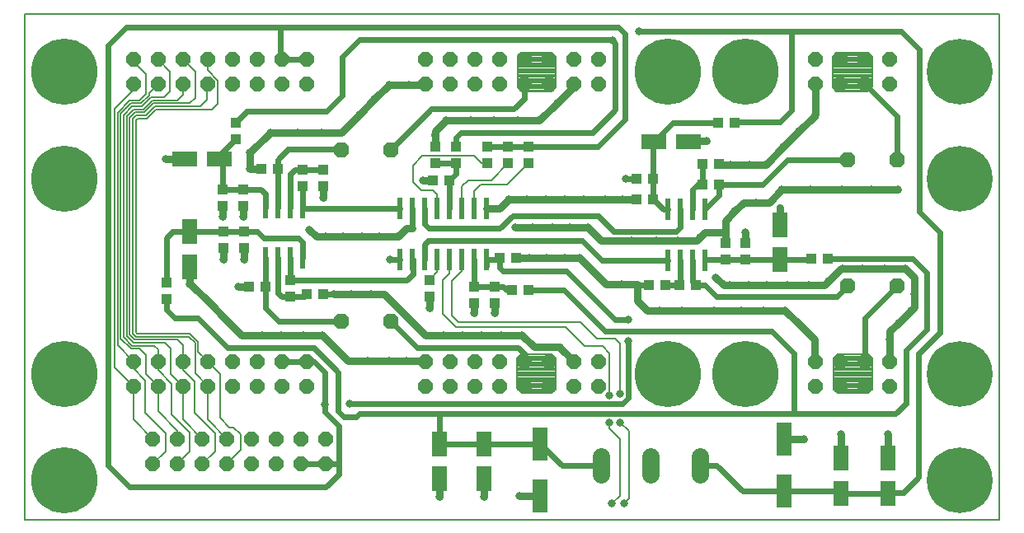
<source format=gtl>
G75*
%MOIN*%
%OFA0B0*%
%FSLAX25Y25*%
%IPPOS*%
%LPD*%
%AMOC8*
5,1,8,0,0,1.08239X$1,22.5*
%
%ADD10C,0.00591*%
%ADD11R,0.02362X0.08661*%
%ADD12OC8,0.06300*%
%ADD13R,0.03937X0.04331*%
%ADD14R,0.04331X0.03937*%
%ADD15OC8,0.06000*%
%ADD16C,0.07050*%
%ADD17R,0.06299X0.13780*%
%ADD18R,0.06299X0.10236*%
%ADD19R,0.10236X0.06299*%
%ADD20C,0.02362*%
%ADD21C,0.01575*%
%ADD22C,0.03150*%
%ADD23C,0.00630*%
%ADD24C,0.00787*%
%ADD25C,0.03150*%
%ADD26C,0.26772*%
%ADD27C,0.26575*%
%ADD28C,0.03543*%
%ADD29C,0.02775*%
D10*
X0001800Y0002213D02*
X0001800Y0206937D01*
X0395501Y0206937D01*
X0395501Y0002213D01*
X0001800Y0002213D01*
D11*
X0098954Y0107953D03*
X0103954Y0107953D03*
X0108954Y0107953D03*
X0113954Y0107953D03*
X0113954Y0128425D03*
X0108954Y0128425D03*
X0103954Y0128425D03*
X0098954Y0128425D03*
X0153284Y0127976D03*
X0158284Y0127976D03*
X0163284Y0127976D03*
X0168284Y0127976D03*
X0173284Y0127976D03*
X0178284Y0127976D03*
X0183284Y0127976D03*
X0188284Y0127976D03*
X0188284Y0107504D03*
X0183284Y0107504D03*
X0178284Y0107504D03*
X0173284Y0107504D03*
X0168284Y0107504D03*
X0163284Y0107504D03*
X0158284Y0107504D03*
X0153284Y0107504D03*
X0261591Y0107165D03*
X0266591Y0107165D03*
X0271591Y0107165D03*
X0276591Y0107165D03*
X0276591Y0127638D03*
X0271591Y0127638D03*
X0266591Y0127638D03*
X0261591Y0127638D03*
D12*
X0334320Y0147882D03*
X0354320Y0147882D03*
X0354320Y0096701D03*
X0334320Y0096701D03*
X0149595Y0082528D03*
X0129595Y0082528D03*
X0129595Y0151819D03*
X0149595Y0151819D03*
D13*
X0103965Y0144142D03*
X0097272Y0144142D03*
X0089989Y0135874D03*
X0081721Y0135874D03*
X0081721Y0129181D03*
X0089989Y0129181D03*
X0090186Y0118945D03*
X0081918Y0118945D03*
X0081918Y0112252D03*
X0090186Y0112252D03*
X0092280Y0096567D03*
X0098973Y0096567D03*
X0115776Y0093417D03*
X0122469Y0093417D03*
X0183422Y0096575D03*
X0183422Y0089882D03*
X0198650Y0095126D03*
X0205343Y0095126D03*
X0253965Y0097094D03*
X0260658Y0097094D03*
X0266367Y0097094D03*
X0273060Y0097094D03*
X0284871Y0107331D03*
X0293139Y0107331D03*
X0293139Y0114024D03*
X0284871Y0114024D03*
X0319517Y0107724D03*
X0326209Y0107724D03*
X0282375Y0137780D03*
X0275682Y0137780D03*
X0275690Y0145976D03*
X0282383Y0145976D03*
X0282115Y0162843D03*
X0288808Y0162843D03*
D14*
X0255737Y0140008D03*
X0249044Y0140008D03*
X0249044Y0131740D03*
X0255737Y0131740D03*
X0205146Y0146307D03*
X0196879Y0146307D03*
X0188808Y0146307D03*
X0188808Y0153000D03*
X0196879Y0153000D03*
X0205146Y0153000D03*
X0175816Y0153000D03*
X0167548Y0153000D03*
X0167548Y0146307D03*
X0175816Y0146307D03*
X0173257Y0139417D03*
X0166564Y0139417D03*
X0122272Y0137252D03*
X0114107Y0137173D03*
X0114107Y0143866D03*
X0122272Y0143945D03*
X0086839Y0156150D03*
X0086839Y0162843D03*
X0193729Y0108118D03*
X0200422Y0108118D03*
X0191761Y0096504D03*
X0191761Y0089811D03*
X0165186Y0092567D03*
X0165186Y0099260D03*
X0108950Y0099000D03*
X0108950Y0092307D03*
X0059083Y0091386D03*
X0059083Y0098079D03*
D15*
X0055540Y0066268D03*
X0045540Y0066268D03*
X0045540Y0056268D03*
X0055540Y0056268D03*
X0065540Y0056268D03*
X0075540Y0056268D03*
X0085540Y0056268D03*
X0095540Y0056268D03*
X0105540Y0056268D03*
X0115540Y0056268D03*
X0115540Y0066268D03*
X0105540Y0066268D03*
X0095540Y0066268D03*
X0085540Y0066268D03*
X0075540Y0066268D03*
X0065540Y0066268D03*
X0063414Y0034772D03*
X0053414Y0034772D03*
X0053414Y0024772D03*
X0063414Y0024772D03*
X0073414Y0024772D03*
X0083414Y0024772D03*
X0093414Y0024772D03*
X0103414Y0024772D03*
X0113414Y0024772D03*
X0123414Y0024772D03*
X0123414Y0034772D03*
X0113414Y0034772D03*
X0103414Y0034772D03*
X0093414Y0034772D03*
X0083414Y0034772D03*
X0073414Y0034772D03*
X0163650Y0056268D03*
X0173650Y0056268D03*
X0183650Y0056268D03*
X0193650Y0056268D03*
X0203650Y0056268D03*
X0213650Y0056268D03*
X0223650Y0056268D03*
X0233650Y0056268D03*
X0233650Y0066268D03*
X0223650Y0066268D03*
X0213650Y0066268D03*
X0203650Y0066268D03*
X0193650Y0066268D03*
X0183650Y0066268D03*
X0173650Y0066268D03*
X0163650Y0066268D03*
X0321446Y0066268D03*
X0331446Y0066268D03*
X0341446Y0066268D03*
X0351446Y0066268D03*
X0351446Y0056268D03*
X0341446Y0056268D03*
X0331446Y0056268D03*
X0321446Y0056268D03*
X0321446Y0178315D03*
X0331446Y0178315D03*
X0341446Y0178315D03*
X0351446Y0178315D03*
X0351446Y0188315D03*
X0341446Y0188315D03*
X0331446Y0188315D03*
X0321446Y0188315D03*
X0233650Y0188315D03*
X0223650Y0188315D03*
X0213650Y0188315D03*
X0203650Y0188315D03*
X0193650Y0188315D03*
X0183650Y0188315D03*
X0173650Y0188315D03*
X0163650Y0188315D03*
X0163650Y0178315D03*
X0173650Y0178315D03*
X0183650Y0178315D03*
X0193650Y0178315D03*
X0203650Y0178315D03*
X0213650Y0178315D03*
X0223650Y0178315D03*
X0233650Y0178315D03*
X0115540Y0178315D03*
X0105540Y0178315D03*
X0095540Y0178315D03*
X0085540Y0178315D03*
X0075540Y0178315D03*
X0065540Y0178315D03*
X0055540Y0178315D03*
X0045540Y0178315D03*
X0045540Y0188315D03*
X0055540Y0188315D03*
X0065540Y0188315D03*
X0075540Y0188315D03*
X0085540Y0188315D03*
X0095540Y0188315D03*
X0105540Y0188315D03*
X0115540Y0188315D03*
D16*
X0234556Y0027647D02*
X0234556Y0020597D01*
X0254556Y0020597D02*
X0254556Y0027647D01*
X0274556Y0027647D02*
X0274556Y0020597D01*
D17*
X0308493Y0013630D03*
X0308493Y0034890D03*
X0210068Y0032921D03*
X0210068Y0011661D03*
D18*
X0187430Y0018748D03*
X0169320Y0018748D03*
X0169320Y0032921D03*
X0187430Y0032921D03*
X0068335Y0104575D03*
X0068335Y0118748D03*
X0307115Y0121504D03*
X0307115Y0107331D03*
X0331721Y0027016D03*
X0350619Y0027016D03*
X0350619Y0012843D03*
X0331721Y0012843D03*
D19*
X0080343Y0148079D03*
X0066170Y0148079D03*
X0255934Y0155165D03*
X0270107Y0155165D03*
D20*
X0270501Y0155559D01*
X0263611Y0162843D02*
X0255934Y0155165D01*
X0255737Y0154969D01*
X0255737Y0140008D01*
X0255737Y0131740D01*
X0259839Y0127638D01*
X0261591Y0127638D01*
X0266591Y0127638D02*
X0266591Y0120547D01*
X0264989Y0118945D01*
X0239792Y0118945D01*
X0233493Y0125244D01*
X0198847Y0125244D01*
X0193729Y0120126D01*
X0164989Y0120126D01*
X0163284Y0121831D01*
X0163284Y0127976D01*
X0158284Y0127976D02*
X0158284Y0120138D01*
X0158296Y0120126D01*
X0164792Y0115008D02*
X0226997Y0115008D01*
X0234839Y0107165D01*
X0261591Y0107165D01*
X0266591Y0107165D02*
X0266591Y0097319D01*
X0266367Y0097094D01*
X0260658Y0097094D01*
X0253965Y0097094D02*
X0249438Y0097094D01*
X0249241Y0097291D01*
X0271591Y0098563D02*
X0273060Y0097094D01*
X0276603Y0097094D01*
X0281328Y0092370D01*
X0329989Y0092370D01*
X0334320Y0096701D01*
X0333926Y0097094D01*
X0326209Y0107724D02*
X0360658Y0107724D01*
X0366170Y0102213D01*
X0366170Y0079181D01*
X0357902Y0070913D01*
X0357902Y0049260D01*
X0353769Y0045126D01*
X0312627Y0045126D01*
X0312627Y0069339D01*
X0303572Y0078394D01*
X0236446Y0078394D01*
X0219713Y0095126D01*
X0205343Y0095126D01*
X0198650Y0095126D02*
X0196485Y0095126D01*
X0195107Y0096504D01*
X0191761Y0096504D01*
X0183493Y0096504D01*
X0183284Y0096713D01*
X0183422Y0096575D01*
X0183284Y0096713D02*
X0183284Y0107504D01*
X0188284Y0107504D02*
X0188284Y0104902D01*
X0188284Y0107504D02*
X0193115Y0107504D01*
X0193729Y0108118D01*
X0193729Y0104181D01*
X0195107Y0102803D01*
X0220698Y0102803D01*
X0240383Y0083118D01*
X0245698Y0083118D01*
X0245698Y0074457D02*
X0245698Y0051425D01*
X0243335Y0049063D01*
X0132902Y0049063D01*
X0128375Y0046110D02*
X0128375Y0061858D01*
X0118532Y0071701D01*
X0083493Y0071701D01*
X0071485Y0083709D01*
X0062430Y0083709D01*
X0059083Y0087055D01*
X0059083Y0091386D01*
X0059083Y0098079D02*
X0058887Y0098276D01*
X0058887Y0116189D01*
X0061446Y0118748D01*
X0068335Y0118748D01*
X0068532Y0118945D01*
X0081918Y0118945D01*
X0090186Y0118945D01*
X0095501Y0118945D01*
X0098257Y0116189D01*
X0112233Y0116189D01*
X0114005Y0114417D01*
X0114005Y0108004D01*
X0113954Y0107953D01*
X0108954Y0107953D02*
X0108954Y0099004D01*
X0109013Y0099063D01*
X0156131Y0099063D01*
X0158493Y0101425D01*
X0158493Y0107295D01*
X0158284Y0107504D01*
X0153284Y0107504D02*
X0153111Y0107331D01*
X0149241Y0107331D01*
X0163284Y0107504D02*
X0163284Y0113500D01*
X0164792Y0115008D01*
X0173284Y0127976D02*
X0173284Y0139390D01*
X0173257Y0139417D01*
X0175816Y0141976D01*
X0175816Y0146307D01*
X0167548Y0146307D01*
X0175816Y0153000D02*
X0175816Y0156740D01*
X0177981Y0158906D01*
X0231328Y0158906D01*
X0240383Y0167961D01*
X0240383Y0194929D01*
X0239202Y0196110D01*
X0238808Y0196504D01*
X0137036Y0196504D01*
X0129950Y0189417D01*
X0129950Y0173669D01*
X0123650Y0167370D01*
X0091367Y0167370D01*
X0086839Y0162843D01*
X0086839Y0156150D02*
X0080343Y0149654D01*
X0080343Y0148079D01*
X0081721Y0146701D01*
X0081721Y0135874D01*
X0089989Y0135874D01*
X0097076Y0135874D01*
X0098954Y0133996D01*
X0098954Y0128425D01*
X0103954Y0128425D02*
X0103954Y0144130D01*
X0103965Y0144142D01*
X0103965Y0147882D01*
X0108099Y0152016D01*
X0129398Y0152016D01*
X0129595Y0151819D01*
X0122272Y0143945D02*
X0114186Y0143945D01*
X0114107Y0143866D01*
X0114028Y0143945D01*
X0110855Y0143945D01*
X0108954Y0142043D01*
X0108954Y0128425D01*
X0113954Y0128425D02*
X0114402Y0127976D01*
X0153284Y0127976D01*
X0113954Y0128425D02*
X0113954Y0137020D01*
X0114107Y0137173D01*
X0149595Y0151819D02*
X0166131Y0168354D01*
X0199438Y0168354D01*
X0203650Y0172567D01*
X0203650Y0178315D01*
X0233296Y0153000D02*
X0244320Y0164024D01*
X0244320Y0198866D01*
X0241761Y0201425D01*
X0104950Y0201425D01*
X0042745Y0201425D01*
X0035452Y0194132D01*
X0035452Y0024072D01*
X0044123Y0015402D01*
X0123454Y0015402D01*
X0128572Y0020520D01*
X0128572Y0024654D01*
X0123532Y0024654D01*
X0123414Y0024772D01*
X0113414Y0024772D01*
X0128572Y0024654D02*
X0128572Y0040205D01*
X0123060Y0045717D01*
X0123060Y0048866D01*
X0123060Y0061858D01*
X0118650Y0066268D01*
X0115540Y0066268D01*
X0105540Y0066268D01*
X0104162Y0082528D02*
X0099044Y0087646D01*
X0099044Y0096496D01*
X0098973Y0096567D01*
X0098954Y0096587D01*
X0098954Y0107953D01*
X0103954Y0107953D02*
X0103965Y0107941D01*
X0103965Y0093945D01*
X0105603Y0092307D01*
X0108950Y0092307D01*
X0114666Y0092307D01*
X0115776Y0093417D01*
X0122469Y0093417D02*
X0126800Y0093354D01*
X0109406Y0099457D02*
X0109013Y0099063D01*
X0108954Y0099004D02*
X0108950Y0099000D01*
X0087887Y0096567D02*
X0087824Y0096504D01*
X0082115Y0112055D02*
X0081918Y0112252D01*
X0104162Y0082528D02*
X0129595Y0082528D01*
X0149595Y0082528D02*
X0160225Y0071898D01*
X0201013Y0071898D01*
X0203572Y0069339D01*
X0203572Y0066346D01*
X0203650Y0066268D01*
X0183422Y0085803D02*
X0183296Y0085677D01*
X0130540Y0043945D02*
X0128375Y0046110D01*
X0130540Y0043945D02*
X0135658Y0043945D01*
X0136839Y0045126D01*
X0168729Y0045126D01*
X0312627Y0045126D01*
X0341446Y0066268D02*
X0341446Y0083827D01*
X0354320Y0096701D01*
X0319517Y0107724D02*
X0319123Y0107331D01*
X0307115Y0107331D01*
X0293139Y0107331D01*
X0284871Y0107331D01*
X0276757Y0107331D01*
X0276591Y0107165D01*
X0271591Y0107165D02*
X0271591Y0098563D01*
X0284871Y0118354D02*
X0284871Y0118551D01*
X0276591Y0127638D02*
X0282375Y0133421D01*
X0282375Y0137780D01*
X0299894Y0137780D01*
X0309997Y0147882D01*
X0334320Y0147882D01*
X0354320Y0147882D02*
X0354320Y0165441D01*
X0341446Y0178315D01*
X0355934Y0199654D02*
X0363217Y0192370D01*
X0363217Y0126622D01*
X0371485Y0118354D01*
X0371485Y0077803D01*
X0363020Y0069339D01*
X0363020Y0019339D01*
X0356918Y0013236D01*
X0351013Y0013236D01*
X0350619Y0012843D01*
X0331721Y0012843D01*
X0330934Y0013630D01*
X0308493Y0013630D01*
X0291957Y0013630D01*
X0281465Y0024122D01*
X0274556Y0024122D01*
X0234556Y0024122D02*
X0218867Y0024122D01*
X0210068Y0032921D01*
X0187430Y0032921D01*
X0169320Y0032921D01*
X0169320Y0044535D01*
X0168729Y0045126D01*
X0209871Y0011858D02*
X0210068Y0011661D01*
X0271591Y0127638D02*
X0271591Y0135783D01*
X0273587Y0137780D01*
X0275682Y0137780D01*
X0275690Y0137787D01*
X0275690Y0145976D01*
X0282383Y0145976D02*
X0282446Y0145913D01*
X0249044Y0140008D02*
X0244517Y0140008D01*
X0233296Y0153000D02*
X0205146Y0153000D01*
X0196879Y0153000D01*
X0188808Y0153000D01*
X0263611Y0162843D02*
X0282115Y0162843D01*
X0288808Y0162843D02*
X0289398Y0163039D01*
X0306918Y0163039D01*
X0311643Y0167764D01*
X0311643Y0199654D01*
X0355934Y0199654D01*
X0311643Y0199654D02*
X0249831Y0199654D01*
X0115540Y0188315D02*
X0105540Y0188315D01*
X0104950Y0188906D01*
X0104950Y0201425D01*
D21*
X0115580Y0188354D02*
X0115540Y0188315D01*
D22*
X0143139Y0172291D03*
X0149044Y0178197D03*
X0157115Y0178197D03*
X0136839Y0165992D03*
X0129753Y0158906D03*
X0121485Y0158906D03*
X0111839Y0158906D03*
X0101013Y0158906D03*
X0092548Y0150638D03*
X0092548Y0144142D03*
X0122272Y0132528D03*
X0116761Y0119535D03*
X0123257Y0116780D03*
X0130146Y0116780D03*
X0138020Y0116780D03*
X0144910Y0116780D03*
X0152391Y0116780D03*
X0158296Y0120126D03*
X0149241Y0107331D03*
X0141761Y0093354D03*
X0149044Y0091386D03*
X0154162Y0086268D03*
X0159280Y0081150D03*
X0163611Y0076819D03*
X0171091Y0076819D03*
X0178769Y0076819D03*
X0186249Y0076819D03*
X0194320Y0076819D03*
X0202587Y0076819D03*
X0208099Y0072094D03*
X0218139Y0071898D03*
X0245698Y0074457D03*
X0245698Y0083118D03*
X0251209Y0088827D03*
X0258296Y0086858D03*
X0267154Y0086858D03*
X0280343Y0086858D03*
X0291367Y0086858D03*
X0300422Y0086858D03*
X0309083Y0086858D03*
X0315186Y0080756D03*
X0320894Y0075047D03*
X0351406Y0075047D03*
X0354950Y0081937D03*
X0359871Y0086858D03*
X0361249Y0093354D03*
X0361249Y0099850D03*
X0357509Y0103787D03*
X0349438Y0103787D03*
X0340383Y0103787D03*
X0332312Y0103787D03*
X0326603Y0098866D03*
X0318532Y0097094D03*
X0310068Y0097094D03*
X0301603Y0097094D03*
X0294320Y0097094D03*
X0286643Y0097094D03*
X0281131Y0100244D03*
X0274635Y0116386D03*
X0265580Y0115008D03*
X0257115Y0115008D03*
X0246879Y0115008D03*
X0234674Y0115008D03*
X0229162Y0120323D03*
X0222076Y0120323D03*
X0214989Y0120323D03*
X0206918Y0120323D03*
X0200028Y0120323D03*
X0193532Y0128000D03*
X0197469Y0131740D03*
X0204753Y0131740D03*
X0212430Y0131740D03*
X0219910Y0131740D03*
X0227784Y0131740D03*
X0236249Y0131740D03*
X0243335Y0131740D03*
X0244517Y0140008D03*
X0277391Y0155559D03*
X0287036Y0145913D03*
X0294713Y0145913D03*
X0301013Y0145913D03*
X0308296Y0153000D03*
X0314792Y0159496D03*
X0320894Y0165598D03*
X0319320Y0135677D03*
X0307706Y0135677D03*
X0297272Y0130559D03*
X0288808Y0127016D03*
X0284871Y0118551D03*
X0293139Y0118551D03*
X0331918Y0135677D03*
X0344123Y0135677D03*
X0354753Y0135677D03*
X0243139Y0097291D03*
X0236643Y0097488D03*
X0231918Y0102213D03*
X0226013Y0108118D03*
X0219910Y0108118D03*
X0212627Y0108118D03*
X0205540Y0108118D03*
X0191761Y0085677D03*
X0183296Y0085677D03*
X0165186Y0087646D03*
X0133493Y0093354D03*
X0126800Y0093354D03*
X0121879Y0076819D03*
X0114398Y0076819D03*
X0105146Y0076819D03*
X0097666Y0076819D03*
X0089398Y0076819D03*
X0083099Y0083118D03*
X0076209Y0090008D03*
X0068335Y0097291D03*
X0082115Y0107528D03*
X0090186Y0107528D03*
X0087824Y0096504D03*
X0127391Y0071307D03*
X0132312Y0066386D03*
X0140383Y0066386D03*
X0148847Y0066386D03*
X0155934Y0066386D03*
X0132902Y0049063D03*
X0123060Y0048866D03*
X0169320Y0011465D03*
X0187430Y0011465D03*
X0201800Y0011858D03*
X0239005Y0008709D03*
X0243926Y0008709D03*
X0242351Y0041583D03*
X0238002Y0041573D03*
X0237992Y0052419D03*
X0242342Y0053000D03*
X0316761Y0034890D03*
X0331721Y0036858D03*
X0350619Y0036858D03*
X0162627Y0139417D03*
X0171879Y0163630D03*
X0182115Y0163630D03*
X0191367Y0163630D03*
X0200816Y0163630D03*
X0209477Y0163630D03*
X0216957Y0170913D03*
X0239202Y0196110D03*
X0249831Y0199654D03*
X0089989Y0124654D03*
X0081721Y0124654D03*
X0058493Y0148079D03*
D23*
X0051117Y0164518D02*
X0047272Y0164518D01*
X0046551Y0163797D01*
X0046551Y0078002D01*
X0047096Y0077457D01*
X0068453Y0077457D01*
X0071731Y0074179D01*
X0071731Y0070235D01*
X0075619Y0066346D01*
X0075540Y0066268D01*
X0080540Y0061268D01*
X0080540Y0043551D01*
X0084477Y0039614D01*
X0086052Y0039614D01*
X0089005Y0036661D01*
X0089005Y0030362D01*
X0083414Y0024772D01*
X0078572Y0029929D02*
X0073414Y0024772D01*
X0068335Y0029693D02*
X0063414Y0024772D01*
X0058493Y0029850D02*
X0053414Y0024772D01*
X0058493Y0029850D02*
X0058493Y0037252D01*
X0050422Y0045323D01*
X0050422Y0058512D01*
X0045540Y0063394D01*
X0045540Y0066268D01*
X0039172Y0072636D01*
X0039172Y0166946D01*
X0044123Y0171898D01*
X0048060Y0171898D01*
X0050619Y0174457D01*
X0050619Y0182528D01*
X0045540Y0187606D01*
X0045540Y0188315D01*
X0055540Y0188315D02*
X0060461Y0183394D01*
X0060461Y0175441D01*
X0058099Y0173079D01*
X0052720Y0173079D01*
X0049079Y0169438D01*
X0045142Y0169438D01*
X0041631Y0165928D01*
X0041631Y0075964D01*
X0045058Y0072537D01*
X0054113Y0072537D01*
X0055540Y0071110D01*
X0055540Y0065205D01*
X0055540Y0066268D02*
X0055540Y0062646D01*
X0061052Y0057134D01*
X0061052Y0044732D01*
X0068335Y0037449D01*
X0068335Y0029693D01*
X0063414Y0034772D02*
X0063414Y0038236D01*
X0055540Y0046110D01*
X0055540Y0056268D01*
X0055540Y0056150D02*
X0050619Y0061071D01*
X0050619Y0068748D01*
X0048060Y0071307D01*
X0044549Y0071307D01*
X0040402Y0075454D01*
X0040402Y0166437D01*
X0044632Y0170668D01*
X0048569Y0170668D01*
X0051849Y0173947D01*
X0051849Y0174624D01*
X0055540Y0178315D01*
X0045540Y0178315D02*
X0045540Y0176071D01*
X0037942Y0168472D01*
X0037942Y0063866D01*
X0045540Y0056268D01*
X0045540Y0042646D01*
X0053414Y0034772D01*
X0065540Y0042646D02*
X0073414Y0034772D01*
X0078572Y0037252D02*
X0078572Y0029929D01*
X0083414Y0034772D02*
X0075540Y0042646D01*
X0075540Y0056268D01*
X0070501Y0061307D01*
X0070501Y0073669D01*
X0067943Y0076227D01*
X0046587Y0076227D01*
X0045321Y0077492D01*
X0045321Y0164399D01*
X0046670Y0165748D01*
X0050607Y0165748D01*
X0054248Y0169389D01*
X0072717Y0169389D01*
X0075422Y0172094D01*
X0075422Y0178197D01*
X0075540Y0178315D01*
X0079753Y0179922D02*
X0079753Y0170520D01*
X0077392Y0168159D01*
X0054758Y0168159D01*
X0051117Y0164518D01*
X0050098Y0166978D02*
X0046161Y0166978D01*
X0044091Y0164909D01*
X0044091Y0076983D01*
X0046077Y0074997D01*
X0063465Y0074997D01*
X0065580Y0072882D01*
X0065580Y0066307D01*
X0065540Y0066268D01*
X0065540Y0062882D01*
X0070304Y0058118D01*
X0070304Y0045520D01*
X0078572Y0037252D01*
X0065540Y0042646D02*
X0065540Y0056268D01*
X0060658Y0061150D01*
X0060658Y0071307D01*
X0058198Y0073767D01*
X0045568Y0073767D01*
X0042861Y0076473D01*
X0042861Y0165418D01*
X0045651Y0168208D01*
X0049588Y0168208D01*
X0053229Y0171849D01*
X0058609Y0171849D01*
X0058658Y0171898D01*
X0063414Y0171898D01*
X0065540Y0174024D01*
X0065540Y0178315D01*
X0070501Y0183354D02*
X0070501Y0172883D01*
X0068236Y0170619D01*
X0053739Y0170619D01*
X0050098Y0166978D01*
X0070501Y0183354D02*
X0065540Y0188315D01*
X0075540Y0188315D02*
X0075540Y0184134D01*
X0079753Y0179922D01*
X0158493Y0145520D02*
X0158493Y0138630D01*
X0161839Y0135283D01*
X0166761Y0135283D01*
X0168335Y0133709D01*
X0168284Y0133657D01*
X0168284Y0127976D01*
X0178284Y0127976D02*
X0178284Y0136965D01*
X0180934Y0139614D01*
X0190186Y0139614D01*
X0196879Y0146307D01*
X0188808Y0146307D02*
X0186251Y0146307D01*
X0183167Y0149391D01*
X0162364Y0149391D01*
X0158493Y0145520D01*
X0183284Y0135075D02*
X0183284Y0127976D01*
X0183284Y0135075D02*
X0185855Y0137646D01*
X0196485Y0137646D01*
X0205146Y0146307D01*
X0207706Y0082134D02*
X0226406Y0082134D01*
X0233099Y0075441D01*
X0240186Y0075441D01*
X0242342Y0073285D01*
X0242342Y0053000D01*
X0237992Y0052419D02*
X0237992Y0069564D01*
X0235166Y0072390D01*
X0228080Y0072390D01*
X0220304Y0080165D01*
X0176013Y0080165D01*
X0238002Y0041573D02*
X0238002Y0039043D01*
X0242154Y0034890D01*
X0242154Y0011858D01*
X0239005Y0008709D01*
X0243926Y0008709D02*
X0245894Y0010677D01*
X0245894Y0038039D01*
X0242351Y0041583D01*
D24*
X0215481Y0054083D02*
X0201898Y0054083D01*
X0202587Y0053394D02*
X0200619Y0055362D01*
X0200619Y0067567D01*
X0202194Y0069142D01*
X0214792Y0069142D01*
X0216367Y0067567D01*
X0216367Y0054969D01*
X0214792Y0053394D01*
X0202587Y0053394D01*
X0201112Y0054869D02*
X0216267Y0054869D01*
X0216367Y0055655D02*
X0200619Y0055655D01*
X0200619Y0056441D02*
X0216367Y0056441D01*
X0216367Y0057227D02*
X0200619Y0057227D01*
X0200619Y0058012D02*
X0216367Y0058012D01*
X0216367Y0058798D02*
X0200619Y0058798D01*
X0200619Y0059584D02*
X0216367Y0059584D01*
X0216367Y0060370D02*
X0200619Y0060370D01*
X0200619Y0061156D02*
X0216367Y0061156D01*
X0216367Y0061942D02*
X0200619Y0061942D01*
X0200619Y0062728D02*
X0216367Y0062728D01*
X0216367Y0063514D02*
X0200619Y0063514D01*
X0200619Y0064300D02*
X0216367Y0064300D01*
X0216367Y0065086D02*
X0200619Y0065086D01*
X0200619Y0065872D02*
X0216367Y0065872D01*
X0216367Y0066657D02*
X0200619Y0066657D01*
X0200619Y0067443D02*
X0216367Y0067443D01*
X0215705Y0068229D02*
X0201281Y0068229D01*
X0202067Y0069015D02*
X0214919Y0069015D01*
X0207706Y0082134D02*
X0176997Y0082134D01*
X0174241Y0084890D01*
X0174241Y0098866D01*
X0178284Y0102909D01*
X0178284Y0107504D01*
X0178375Y0107413D01*
X0173284Y0107504D02*
X0173284Y0101846D01*
X0170698Y0099260D01*
X0170698Y0085480D01*
X0176013Y0080165D01*
X0165186Y0099260D02*
X0168284Y0102358D01*
X0168284Y0107504D01*
X0168335Y0107453D01*
X0055540Y0066268D02*
X0055540Y0065205D01*
X0045540Y0066268D02*
X0045265Y0065992D01*
X0055540Y0056268D02*
X0055540Y0056150D01*
X0201013Y0177016D02*
X0201013Y0190008D01*
X0202194Y0191189D01*
X0214792Y0191189D01*
X0216367Y0189614D01*
X0216367Y0177016D01*
X0214792Y0175441D01*
X0202587Y0175441D01*
X0201013Y0177016D01*
X0201013Y0177471D02*
X0216367Y0177471D01*
X0216367Y0178257D02*
X0201013Y0178257D01*
X0201013Y0179043D02*
X0216367Y0179043D01*
X0216367Y0179829D02*
X0201013Y0179829D01*
X0201013Y0180615D02*
X0216367Y0180615D01*
X0216367Y0181401D02*
X0201013Y0181401D01*
X0201013Y0182187D02*
X0216367Y0182187D01*
X0216367Y0182973D02*
X0201013Y0182973D01*
X0201013Y0183758D02*
X0216367Y0183758D01*
X0216367Y0184544D02*
X0201013Y0184544D01*
X0201013Y0185330D02*
X0216367Y0185330D01*
X0216367Y0186116D02*
X0201013Y0186116D01*
X0201013Y0186902D02*
X0216367Y0186902D01*
X0216367Y0187688D02*
X0201013Y0187688D01*
X0201013Y0188474D02*
X0216367Y0188474D01*
X0216367Y0189260D02*
X0201013Y0189260D01*
X0201051Y0190046D02*
X0215935Y0190046D01*
X0215149Y0190832D02*
X0201836Y0190832D01*
X0201343Y0176685D02*
X0216036Y0176685D01*
X0215251Y0175899D02*
X0202129Y0175899D01*
X0328178Y0177016D02*
X0328178Y0189614D01*
X0329753Y0191189D01*
X0342745Y0191189D01*
X0344320Y0189614D01*
X0344320Y0177409D01*
X0342351Y0175441D01*
X0329753Y0175441D01*
X0328178Y0177016D01*
X0328178Y0177471D02*
X0344320Y0177471D01*
X0344320Y0178257D02*
X0328178Y0178257D01*
X0328178Y0179043D02*
X0344320Y0179043D01*
X0344320Y0179829D02*
X0328178Y0179829D01*
X0328178Y0180615D02*
X0344320Y0180615D01*
X0344320Y0181401D02*
X0328178Y0181401D01*
X0328178Y0182187D02*
X0344320Y0182187D01*
X0344320Y0182973D02*
X0328178Y0182973D01*
X0328178Y0183758D02*
X0344320Y0183758D01*
X0344320Y0184544D02*
X0328178Y0184544D01*
X0328178Y0185330D02*
X0344320Y0185330D01*
X0344320Y0186116D02*
X0328178Y0186116D01*
X0328178Y0186902D02*
X0344320Y0186902D01*
X0344320Y0187688D02*
X0328178Y0187688D01*
X0328178Y0188474D02*
X0344320Y0188474D01*
X0344320Y0189260D02*
X0328178Y0189260D01*
X0328610Y0190046D02*
X0343888Y0190046D01*
X0343102Y0190832D02*
X0329395Y0190832D01*
X0328508Y0176685D02*
X0343595Y0176685D01*
X0342810Y0175899D02*
X0329294Y0175899D01*
X0330146Y0069142D02*
X0328572Y0067567D01*
X0328572Y0054969D01*
X0330146Y0053394D01*
X0342745Y0053394D01*
X0344320Y0054969D01*
X0344320Y0067567D01*
X0342745Y0069142D01*
X0330146Y0069142D01*
X0330020Y0069015D02*
X0342871Y0069015D01*
X0343657Y0068229D02*
X0329234Y0068229D01*
X0328572Y0067443D02*
X0344320Y0067443D01*
X0344320Y0066657D02*
X0328572Y0066657D01*
X0328572Y0065872D02*
X0344320Y0065872D01*
X0344320Y0065086D02*
X0328572Y0065086D01*
X0328572Y0064300D02*
X0344320Y0064300D01*
X0344320Y0063514D02*
X0328572Y0063514D01*
X0328572Y0062728D02*
X0344320Y0062728D01*
X0344320Y0061942D02*
X0328572Y0061942D01*
X0328572Y0061156D02*
X0344320Y0061156D01*
X0344320Y0060370D02*
X0328572Y0060370D01*
X0328572Y0059584D02*
X0344320Y0059584D01*
X0344320Y0058798D02*
X0328572Y0058798D01*
X0328572Y0058012D02*
X0344320Y0058012D01*
X0344320Y0057227D02*
X0328572Y0057227D01*
X0328572Y0056441D02*
X0344320Y0056441D01*
X0344320Y0055655D02*
X0328572Y0055655D01*
X0328671Y0054869D02*
X0344220Y0054869D01*
X0343434Y0054083D02*
X0329457Y0054083D01*
D25*
X0321446Y0066268D02*
X0320894Y0066819D01*
X0320894Y0075047D01*
X0315186Y0080756D01*
X0309083Y0086858D01*
X0300422Y0086858D01*
X0291367Y0086858D01*
X0280343Y0086858D01*
X0267154Y0086858D01*
X0258296Y0086858D01*
X0253178Y0086858D01*
X0251209Y0088827D01*
X0249241Y0090795D01*
X0249241Y0097291D01*
X0243139Y0097291D01*
X0236839Y0097291D01*
X0236643Y0097488D01*
X0231918Y0102213D01*
X0226013Y0108118D01*
X0219910Y0108118D01*
X0212627Y0108118D01*
X0205540Y0108118D01*
X0200422Y0108118D01*
X0200028Y0120323D02*
X0206918Y0120323D01*
X0214989Y0120323D01*
X0222076Y0120323D01*
X0229162Y0120323D01*
X0229359Y0120323D01*
X0234674Y0115008D01*
X0246879Y0115008D01*
X0257115Y0115008D01*
X0265580Y0115008D01*
X0273257Y0115008D01*
X0274635Y0116386D01*
X0276603Y0118354D01*
X0284871Y0118354D01*
X0284871Y0114024D01*
X0284871Y0118551D02*
X0284871Y0123079D01*
X0288808Y0127016D01*
X0292351Y0130559D01*
X0297272Y0130559D01*
X0302587Y0130559D01*
X0307706Y0135677D01*
X0319320Y0135677D01*
X0331918Y0135677D01*
X0344123Y0135677D01*
X0354753Y0135677D01*
X0314792Y0159496D02*
X0308296Y0153000D01*
X0301209Y0145913D01*
X0301013Y0145913D01*
X0294713Y0145913D01*
X0287036Y0145913D01*
X0282446Y0145913D01*
X0277391Y0155559D02*
X0270501Y0155559D01*
X0249044Y0131740D02*
X0243335Y0131740D01*
X0236249Y0131740D01*
X0227784Y0131740D01*
X0219910Y0131740D01*
X0212430Y0131740D01*
X0204753Y0131740D01*
X0197469Y0131740D01*
X0193729Y0128000D01*
X0193532Y0128000D01*
X0188308Y0128000D01*
X0188284Y0127976D01*
X0166564Y0139417D02*
X0162627Y0139417D01*
X0167548Y0153000D02*
X0167548Y0157921D01*
X0167548Y0159299D01*
X0171879Y0163630D01*
X0182115Y0163630D01*
X0191367Y0163630D01*
X0200816Y0163630D01*
X0209477Y0163630D01*
X0209674Y0163630D01*
X0216957Y0170913D01*
X0223847Y0177803D01*
X0163650Y0178315D02*
X0163532Y0178197D01*
X0157115Y0178197D01*
X0149044Y0178197D01*
X0143139Y0172291D01*
X0136839Y0165992D01*
X0129753Y0158906D01*
X0121485Y0158906D01*
X0111839Y0158906D01*
X0101013Y0158906D01*
X0100816Y0158906D01*
X0092548Y0150638D01*
X0092548Y0144142D01*
X0097272Y0144142D01*
X0122272Y0137252D02*
X0122272Y0132528D01*
X0116761Y0119535D02*
X0119517Y0116780D01*
X0123257Y0116780D01*
X0130146Y0116780D01*
X0138020Y0116780D01*
X0144910Y0116780D01*
X0152391Y0116780D01*
X0152587Y0116780D01*
X0155934Y0120126D01*
X0158296Y0120126D01*
X0165186Y0092567D02*
X0165186Y0087646D01*
X0159280Y0081150D02*
X0163611Y0076819D01*
X0171091Y0076819D01*
X0178769Y0076819D01*
X0186249Y0076819D01*
X0194320Y0076819D01*
X0202587Y0076819D01*
X0202784Y0076819D01*
X0207509Y0072094D01*
X0208099Y0072094D01*
X0217942Y0072094D01*
X0218139Y0071898D01*
X0223847Y0066189D01*
X0191761Y0085677D02*
X0191761Y0089811D01*
X0183422Y0089882D02*
X0183422Y0085803D01*
X0159280Y0081150D02*
X0154162Y0086268D01*
X0149044Y0091386D01*
X0147076Y0093354D01*
X0141761Y0093354D01*
X0133493Y0093354D01*
X0126800Y0093354D01*
X0121879Y0076819D02*
X0114398Y0076819D01*
X0105146Y0076819D01*
X0097666Y0076819D01*
X0089398Y0076819D01*
X0083099Y0083118D01*
X0076209Y0090008D01*
X0068729Y0097488D01*
X0068335Y0097291D02*
X0068335Y0104575D01*
X0082115Y0107528D02*
X0082115Y0112055D01*
X0090186Y0112252D02*
X0090186Y0107528D01*
X0092280Y0096567D02*
X0087887Y0096567D01*
X0121879Y0076819D02*
X0127391Y0071307D01*
X0132312Y0066386D01*
X0140383Y0066386D01*
X0148847Y0066386D01*
X0155934Y0066386D01*
X0163532Y0066386D01*
X0163650Y0066268D01*
X0169320Y0018748D02*
X0169320Y0011465D01*
X0187430Y0011465D02*
X0187430Y0018748D01*
X0201800Y0011858D02*
X0209871Y0011858D01*
X0308493Y0034890D02*
X0316761Y0034890D01*
X0331721Y0036858D02*
X0331721Y0027016D01*
X0350619Y0027016D02*
X0350619Y0036858D01*
X0351446Y0066268D02*
X0351406Y0066307D01*
X0351406Y0075047D01*
X0351406Y0078394D01*
X0354950Y0081937D01*
X0359871Y0086858D01*
X0361249Y0088236D01*
X0361249Y0093354D01*
X0361249Y0099850D01*
X0361249Y0100047D01*
X0357509Y0103787D01*
X0349438Y0103787D01*
X0340383Y0103787D01*
X0332312Y0103787D01*
X0331524Y0103787D01*
X0326603Y0098866D01*
X0324831Y0097094D01*
X0318532Y0097094D01*
X0310068Y0097094D01*
X0301603Y0097094D01*
X0294320Y0097094D01*
X0286643Y0097094D01*
X0284280Y0097094D01*
X0281131Y0100244D01*
X0293139Y0114024D02*
X0293139Y0118551D01*
X0307115Y0121504D02*
X0307115Y0128394D01*
X0314792Y0159496D02*
X0320894Y0165598D01*
X0321446Y0166150D01*
X0321446Y0178315D01*
X0089989Y0129181D02*
X0089989Y0124654D01*
X0081721Y0124654D02*
X0081721Y0129181D01*
X0066170Y0148079D02*
X0058493Y0148079D01*
D26*
X0017548Y0140008D03*
X0017548Y0183315D03*
X0017548Y0061268D03*
X0017548Y0017961D03*
X0261643Y0061268D03*
X0293139Y0061268D03*
X0293139Y0183315D03*
X0261643Y0183315D03*
D27*
X0379753Y0183315D03*
X0379753Y0140008D03*
X0379753Y0061268D03*
X0379753Y0017961D03*
D28*
X0167548Y0157921D03*
D29*
X0249241Y0097291D03*
X0307115Y0128394D03*
M02*

</source>
